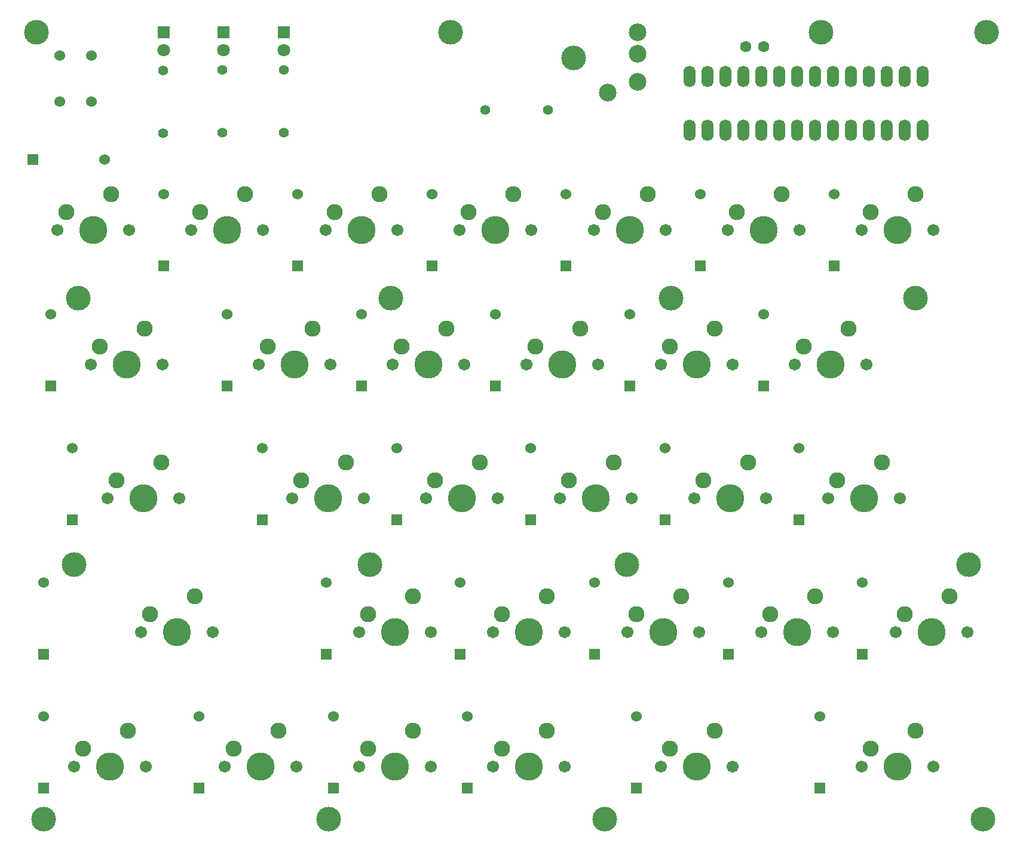
<source format=gts>
G04 #@! TF.FileFunction,Soldermask,Top*
%FSLAX46Y46*%
G04 Gerber Fmt 4.6, Leading zero omitted, Abs format (unit mm)*
G04 Created by KiCad (PCBNEW 4.0.1-stable) date 2017/04/05 22:22:28*
%MOMM*%
G01*
G04 APERTURE LIST*
%ADD10C,0.100000*%
%ADD11R,1.524000X1.524000*%
%ADD12C,1.524000*%
%ADD13C,2.500000*%
%ADD14C,1.397000*%
%ADD15C,2.286000*%
%ADD16C,3.987800*%
%ADD17C,1.701800*%
%ADD18O,1.720800X3.041600*%
%ADD19C,1.600000*%
%ADD20R,1.800000X1.800000*%
%ADD21C,1.800000*%
%ADD22C,3.500000*%
G04 APERTURE END LIST*
D10*
D11*
X31420000Y-50000000D03*
D12*
X41580000Y-50000000D03*
D11*
X50000000Y-65080000D03*
D12*
X50000000Y-54920000D03*
D11*
X69000000Y-65080000D03*
D12*
X69000000Y-54920000D03*
D11*
X88000000Y-65080000D03*
D12*
X88000000Y-54920000D03*
D11*
X107000000Y-65080000D03*
D12*
X107000000Y-54920000D03*
D11*
X126000000Y-65080000D03*
D12*
X126000000Y-54920000D03*
D11*
X145000000Y-65080000D03*
D12*
X145000000Y-54920000D03*
D11*
X34000000Y-82080000D03*
D12*
X34000000Y-71920000D03*
D11*
X59000000Y-82080000D03*
D12*
X59000000Y-71920000D03*
D11*
X78000000Y-82080000D03*
D12*
X78000000Y-71920000D03*
D11*
X97000000Y-82080000D03*
D12*
X97000000Y-71920000D03*
D11*
X116000000Y-82080000D03*
D12*
X116000000Y-71920000D03*
D11*
X135000000Y-82080000D03*
D12*
X135000000Y-71920000D03*
D11*
X37000000Y-101080000D03*
D12*
X37000000Y-90920000D03*
D11*
X64000000Y-101080000D03*
D12*
X64000000Y-90920000D03*
D11*
X83000000Y-101080000D03*
D12*
X83000000Y-90920000D03*
D11*
X102000000Y-101080000D03*
D12*
X102000000Y-90920000D03*
D11*
X121000000Y-101080000D03*
D12*
X121000000Y-90920000D03*
D11*
X140000000Y-101080000D03*
D12*
X140000000Y-90920000D03*
D11*
X33000000Y-120080000D03*
D12*
X33000000Y-109920000D03*
D11*
X73000000Y-120080000D03*
D12*
X73000000Y-109920000D03*
D11*
X92000000Y-120080000D03*
D12*
X92000000Y-109920000D03*
D11*
X111000000Y-120080000D03*
D12*
X111000000Y-109920000D03*
D11*
X130000000Y-120080000D03*
D12*
X130000000Y-109920000D03*
D11*
X149000000Y-120080000D03*
D12*
X149000000Y-109920000D03*
D11*
X33000000Y-139080000D03*
D12*
X33000000Y-128920000D03*
D11*
X55000000Y-139080000D03*
D12*
X55000000Y-128920000D03*
D11*
X74000000Y-139080000D03*
D12*
X74000000Y-128920000D03*
D11*
X93000000Y-139080000D03*
D12*
X93000000Y-128920000D03*
D11*
X117000000Y-139080000D03*
D12*
X117000000Y-128920000D03*
D11*
X143000000Y-139080000D03*
D12*
X143000000Y-128920000D03*
D13*
X117100000Y-32000000D03*
X117100000Y-35000000D03*
X112900000Y-40500000D03*
X117100000Y-39000000D03*
D14*
X95555000Y-43000000D03*
X104445000Y-43000000D03*
X49900000Y-46245000D03*
X49900000Y-37355000D03*
X58300000Y-46145000D03*
X58300000Y-37255000D03*
X67000000Y-46145000D03*
X67000000Y-37255000D03*
D15*
X61540000Y-54920000D03*
X55190000Y-57460000D03*
D16*
X59000000Y-60000000D03*
D17*
X53920000Y-60000000D03*
X64080000Y-60000000D03*
D15*
X80540000Y-54920000D03*
X74190000Y-57460000D03*
D16*
X78000000Y-60000000D03*
D17*
X72920000Y-60000000D03*
X83080000Y-60000000D03*
D15*
X99540000Y-54920000D03*
X93190000Y-57460000D03*
D16*
X97000000Y-60000000D03*
D17*
X91920000Y-60000000D03*
X102080000Y-60000000D03*
D15*
X118540000Y-54920000D03*
X112190000Y-57460000D03*
D16*
X116000000Y-60000000D03*
D17*
X110920000Y-60000000D03*
X121080000Y-60000000D03*
D15*
X137540000Y-54920000D03*
X131190000Y-57460000D03*
D16*
X135000000Y-60000000D03*
D17*
X129920000Y-60000000D03*
X140080000Y-60000000D03*
D15*
X156540000Y-54920000D03*
X150190000Y-57460000D03*
D16*
X154000000Y-60000000D03*
D17*
X148920000Y-60000000D03*
X159080000Y-60000000D03*
D15*
X47290000Y-73920000D03*
X40940000Y-76460000D03*
D16*
X44750000Y-79000000D03*
D17*
X39670000Y-79000000D03*
X49830000Y-79000000D03*
D15*
X71040000Y-73920000D03*
X64690000Y-76460000D03*
D16*
X68500000Y-79000000D03*
D17*
X63420000Y-79000000D03*
X73580000Y-79000000D03*
D15*
X90040000Y-73920000D03*
X83690000Y-76460000D03*
D16*
X87500000Y-79000000D03*
D17*
X82420000Y-79000000D03*
X92580000Y-79000000D03*
D15*
X109040000Y-73920000D03*
X102690000Y-76460000D03*
D16*
X106500000Y-79000000D03*
D17*
X101420000Y-79000000D03*
X111580000Y-79000000D03*
D15*
X128040000Y-73920000D03*
X121690000Y-76460000D03*
D16*
X125500000Y-79000000D03*
D17*
X120420000Y-79000000D03*
X130580000Y-79000000D03*
D15*
X147040000Y-73920000D03*
X140690000Y-76460000D03*
D16*
X144500000Y-79000000D03*
D17*
X139420000Y-79000000D03*
X149580000Y-79000000D03*
D15*
X49665000Y-92920000D03*
X43315000Y-95460000D03*
D16*
X47125000Y-98000000D03*
D17*
X42045000Y-98000000D03*
X52205000Y-98000000D03*
D15*
X75790000Y-92920000D03*
X69440000Y-95460000D03*
D16*
X73250000Y-98000000D03*
D17*
X68170000Y-98000000D03*
X78330000Y-98000000D03*
D15*
X94790000Y-92920000D03*
X88440000Y-95460000D03*
D16*
X92250000Y-98000000D03*
D17*
X87170000Y-98000000D03*
X97330000Y-98000000D03*
D15*
X113790000Y-92920000D03*
X107440000Y-95460000D03*
D16*
X111250000Y-98000000D03*
D17*
X106170000Y-98000000D03*
X116330000Y-98000000D03*
D15*
X132790000Y-92920000D03*
X126440000Y-95460000D03*
D16*
X130250000Y-98000000D03*
D17*
X125170000Y-98000000D03*
X135330000Y-98000000D03*
D15*
X151790000Y-92920000D03*
X145440000Y-95460000D03*
D16*
X149250000Y-98000000D03*
D17*
X144170000Y-98000000D03*
X154330000Y-98000000D03*
D15*
X54415000Y-111920000D03*
X48065000Y-114460000D03*
D16*
X51875000Y-117000000D03*
D17*
X46795000Y-117000000D03*
X56955000Y-117000000D03*
D15*
X85290000Y-111920000D03*
X78940000Y-114460000D03*
D16*
X82750000Y-117000000D03*
D17*
X77670000Y-117000000D03*
X87830000Y-117000000D03*
D15*
X104290000Y-111920000D03*
X97940000Y-114460000D03*
D16*
X101750000Y-117000000D03*
D17*
X96670000Y-117000000D03*
X106830000Y-117000000D03*
D15*
X123290000Y-111920000D03*
X116940000Y-114460000D03*
D16*
X120750000Y-117000000D03*
D17*
X115670000Y-117000000D03*
X125830000Y-117000000D03*
D15*
X142290000Y-111920000D03*
X135940000Y-114460000D03*
D16*
X139750000Y-117000000D03*
D17*
X134670000Y-117000000D03*
X144830000Y-117000000D03*
D15*
X161290000Y-111920000D03*
X154940000Y-114460000D03*
D16*
X158750000Y-117000000D03*
D17*
X153670000Y-117000000D03*
X163830000Y-117000000D03*
D15*
X66290000Y-130920000D03*
X59940000Y-133460000D03*
D16*
X63750000Y-136000000D03*
D17*
X58670000Y-136000000D03*
X68830000Y-136000000D03*
D15*
X85290000Y-130920000D03*
X78940000Y-133460000D03*
D16*
X82750000Y-136000000D03*
D17*
X77670000Y-136000000D03*
X87830000Y-136000000D03*
D18*
X157510000Y-38190000D03*
X154970000Y-38190000D03*
X152430000Y-38190000D03*
X149890000Y-38190000D03*
X147350000Y-38190000D03*
X144810000Y-38190000D03*
X142270000Y-38190000D03*
X139730000Y-38190000D03*
X137190000Y-38190000D03*
X134650000Y-38190000D03*
X132110000Y-38190000D03*
X129570000Y-38190000D03*
X127030000Y-38190000D03*
X124490000Y-38190000D03*
X124490000Y-45810000D03*
X127030000Y-45810000D03*
X129570000Y-45810000D03*
X132110000Y-45810000D03*
X134650000Y-45810000D03*
X137190000Y-45810000D03*
X139730000Y-45810000D03*
X142270000Y-45810000D03*
X144810000Y-45810000D03*
X147350000Y-45810000D03*
X149890000Y-45810000D03*
X152430000Y-45810000D03*
X154970000Y-45810000D03*
X157510000Y-45810000D03*
D19*
X135000000Y-34000000D03*
X132500000Y-34000000D03*
D20*
X50000000Y-32000000D03*
D21*
X50000000Y-34540000D03*
D20*
X58500000Y-32000000D03*
D21*
X58500000Y-34540000D03*
D20*
X67000000Y-32000000D03*
D21*
X67000000Y-34540000D03*
D12*
X39750000Y-41750000D03*
X35250000Y-41750000D03*
X35250000Y-35250000D03*
X39750000Y-35250000D03*
D15*
X44915000Y-130920000D03*
X38565000Y-133460000D03*
D16*
X42375000Y-136000000D03*
D17*
X37295000Y-136000000D03*
X47455000Y-136000000D03*
D15*
X104290000Y-130920000D03*
X97940000Y-133460000D03*
D16*
X101750000Y-136000000D03*
D17*
X96670000Y-136000000D03*
X106830000Y-136000000D03*
D15*
X128040000Y-130920000D03*
X121690000Y-133460000D03*
D16*
X125500000Y-136000000D03*
D17*
X120420000Y-136000000D03*
X130580000Y-136000000D03*
D15*
X156540000Y-130920000D03*
X150190000Y-133460000D03*
D16*
X154000000Y-136000000D03*
D17*
X148920000Y-136000000D03*
X159080000Y-136000000D03*
D15*
X42540000Y-54920000D03*
X36190000Y-57460000D03*
D16*
X40000000Y-60000000D03*
D17*
X34920000Y-60000000D03*
X45080000Y-60000000D03*
D22*
X33000000Y-143500000D03*
X73400000Y-143500000D03*
X112500000Y-143500000D03*
X166100000Y-143500000D03*
X37300000Y-107400000D03*
X79200000Y-107400000D03*
X115600000Y-107400000D03*
X164000000Y-107400000D03*
X37900000Y-69600000D03*
X82200000Y-69600000D03*
X121900000Y-69600000D03*
X156500000Y-69600000D03*
X32000000Y-32000000D03*
X90600000Y-32000000D03*
X108100000Y-35600000D03*
X143100000Y-32000000D03*
X166600000Y-32000000D03*
M02*

</source>
